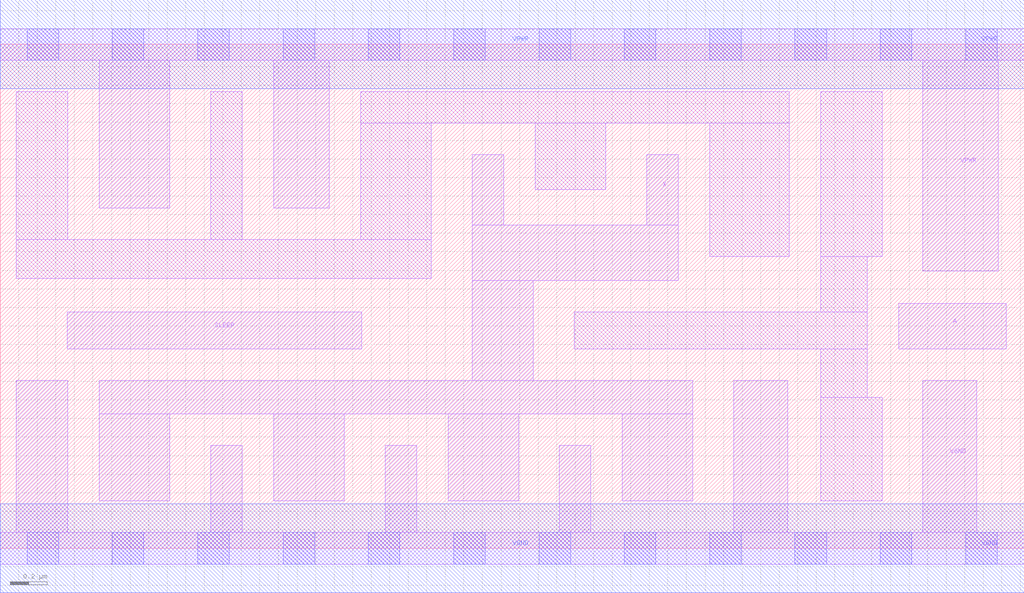
<source format=lef>
# Copyright 2020 The SkyWater PDK Authors
#
# Licensed under the Apache License, Version 2.0 (the "License");
# you may not use this file except in compliance with the License.
# You may obtain a copy of the License at
#
#     https://www.apache.org/licenses/LICENSE-2.0
#
# Unless required by applicable law or agreed to in writing, software
# distributed under the License is distributed on an "AS IS" BASIS,
# WITHOUT WARRANTIES OR CONDITIONS OF ANY KIND, either express or implied.
# See the License for the specific language governing permissions and
# limitations under the License.
#
# SPDX-License-Identifier: Apache-2.0

VERSION 5.7 ;
  NAMESCASESENSITIVE ON ;
  NOWIREEXTENSIONATPIN ON ;
  DIVIDERCHAR "/" ;
  BUSBITCHARS "[]" ;
UNITS
  DATABASE MICRONS 200 ;
END UNITS
PROPERTYDEFINITIONS
  MACRO maskLayoutSubType STRING ;
  MACRO prCellType STRING ;
  MACRO originalViewName STRING ;
END PROPERTYDEFINITIONS
MACRO sky130_fd_sc_hdll__isobufsrc_4
  CLASS CORE ;
  FOREIGN sky130_fd_sc_hdll__isobufsrc_4 ;
  ORIGIN  0.000000  0.000000 ;
  SIZE  5.520000 BY  2.720000 ;
  SYMMETRY X Y R90 ;
  SITE unithd ;
  PIN A
    ANTENNAGATEAREA  0.277500 ;
    DIRECTION INPUT ;
    USE SIGNAL ;
    PORT
      LAYER li1 ;
        RECT 4.845000 1.075000 5.425000 1.320000 ;
    END
  END A
  PIN SLEEP
    ANTENNAGATEAREA  1.110000 ;
    DIRECTION INPUT ;
    USE SIGNAL ;
    PORT
      LAYER li1 ;
        RECT 0.360000 1.075000 1.950000 1.275000 ;
    END
  END SLEEP
  PIN X
    ANTENNADIFFAREA  1.477000 ;
    DIRECTION OUTPUT ;
    USE SIGNAL ;
    PORT
      LAYER li1 ;
        RECT 0.535000 0.255000 0.915000 0.725000 ;
        RECT 0.535000 0.725000 3.735000 0.905000 ;
        RECT 1.475000 0.255000 1.855000 0.725000 ;
        RECT 2.415000 0.255000 2.795000 0.725000 ;
        RECT 2.545000 0.905000 2.875000 1.445000 ;
        RECT 2.545000 1.445000 3.655000 1.745000 ;
        RECT 2.545000 1.745000 2.715000 2.125000 ;
        RECT 3.355000 0.255000 3.735000 0.725000 ;
        RECT 3.485000 1.745000 3.655000 2.125000 ;
    END
  END X
  PIN VGND
    DIRECTION INOUT ;
    USE GROUND ;
    PORT
      LAYER li1 ;
        RECT 0.000000 -0.085000 5.520000 0.085000 ;
        RECT 0.085000  0.085000 0.365000 0.905000 ;
        RECT 1.135000  0.085000 1.305000 0.555000 ;
        RECT 2.075000  0.085000 2.245000 0.555000 ;
        RECT 3.015000  0.085000 3.185000 0.555000 ;
        RECT 3.955000  0.085000 4.245000 0.905000 ;
        RECT 4.975000  0.085000 5.265000 0.905000 ;
      LAYER mcon ;
        RECT 0.145000 -0.085000 0.315000 0.085000 ;
        RECT 0.605000 -0.085000 0.775000 0.085000 ;
        RECT 1.065000 -0.085000 1.235000 0.085000 ;
        RECT 1.525000 -0.085000 1.695000 0.085000 ;
        RECT 1.985000 -0.085000 2.155000 0.085000 ;
        RECT 2.445000 -0.085000 2.615000 0.085000 ;
        RECT 2.905000 -0.085000 3.075000 0.085000 ;
        RECT 3.365000 -0.085000 3.535000 0.085000 ;
        RECT 3.825000 -0.085000 3.995000 0.085000 ;
        RECT 4.285000 -0.085000 4.455000 0.085000 ;
        RECT 4.745000 -0.085000 4.915000 0.085000 ;
        RECT 5.205000 -0.085000 5.375000 0.085000 ;
      LAYER met1 ;
        RECT 0.000000 -0.240000 5.520000 0.240000 ;
    END
  END VGND
  PIN VPWR
    DIRECTION INOUT ;
    USE POWER ;
    PORT
      LAYER li1 ;
        RECT 0.000000 2.635000 5.520000 2.805000 ;
        RECT 0.535000 1.835000 0.915000 2.635000 ;
        RECT 1.475000 1.835000 1.775000 2.635000 ;
        RECT 4.975000 1.495000 5.380000 2.635000 ;
      LAYER mcon ;
        RECT 0.145000 2.635000 0.315000 2.805000 ;
        RECT 0.605000 2.635000 0.775000 2.805000 ;
        RECT 1.065000 2.635000 1.235000 2.805000 ;
        RECT 1.525000 2.635000 1.695000 2.805000 ;
        RECT 1.985000 2.635000 2.155000 2.805000 ;
        RECT 2.445000 2.635000 2.615000 2.805000 ;
        RECT 2.905000 2.635000 3.075000 2.805000 ;
        RECT 3.365000 2.635000 3.535000 2.805000 ;
        RECT 3.825000 2.635000 3.995000 2.805000 ;
        RECT 4.285000 2.635000 4.455000 2.805000 ;
        RECT 4.745000 2.635000 4.915000 2.805000 ;
        RECT 5.205000 2.635000 5.375000 2.805000 ;
      LAYER met1 ;
        RECT 0.000000 2.480000 5.520000 2.960000 ;
    END
  END VPWR
  OBS
    LAYER li1 ;
      RECT 0.085000 1.455000 2.325000 1.665000 ;
      RECT 0.085000 1.665000 0.365000 2.465000 ;
      RECT 1.135000 1.665000 1.305000 2.465000 ;
      RECT 1.945000 1.665000 2.325000 2.295000 ;
      RECT 1.945000 2.295000 4.255000 2.465000 ;
      RECT 2.885000 1.935000 3.265000 2.295000 ;
      RECT 3.095000 1.075000 4.675000 1.275000 ;
      RECT 3.825000 1.575000 4.255000 2.295000 ;
      RECT 4.425000 0.255000 4.755000 0.815000 ;
      RECT 4.425000 0.815000 4.675000 1.075000 ;
      RECT 4.425000 1.275000 4.675000 1.575000 ;
      RECT 4.425000 1.575000 4.755000 2.465000 ;
  END
  PROPERTY maskLayoutSubType "abstract" ;
  PROPERTY prCellType "standard" ;
  PROPERTY originalViewName "layout" ;
END sky130_fd_sc_hdll__isobufsrc_4

</source>
